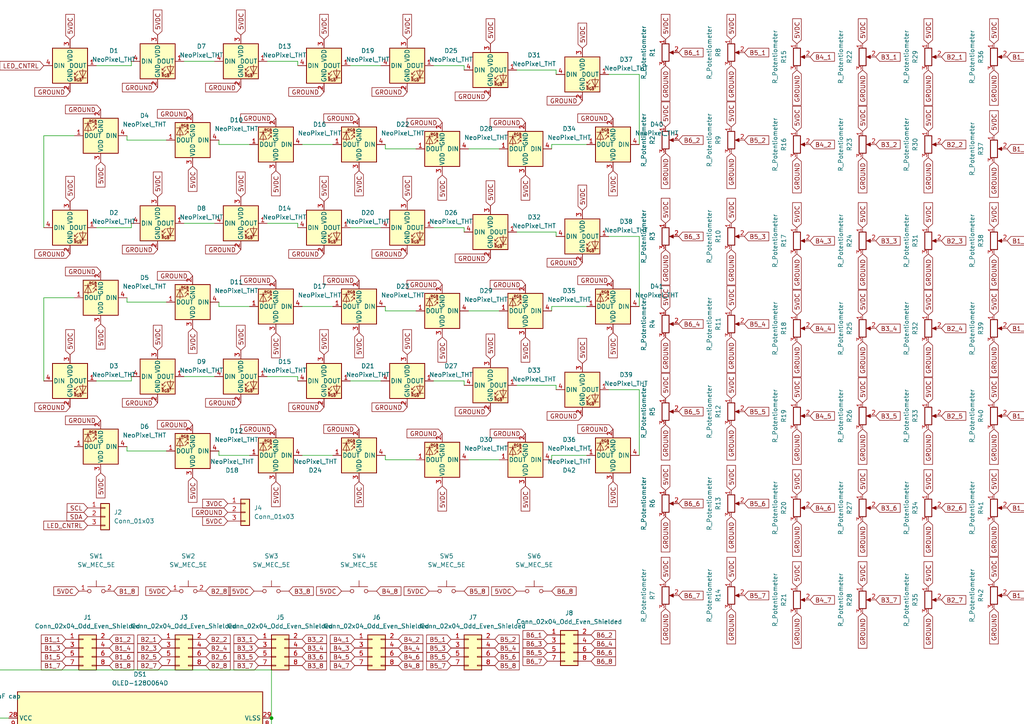
<source format=kicad_sch>
(kicad_sch (version 20211123) (generator eeschema)
  (paper "A4")
  (junction (at -10.16 194.31))
  (junction (at 78.74 213.36))
  (junction (at 25.4 237.49))
  (junction (at 63.5 242.57))
  (junction (at 78.74 237.49))
  (junction (at 73.66 237.49))
  (junction (at 55.88 242.57))
  (junction (at -25.4 207.01))
  (junction (at 58.42 242.57))
  (junction (at 30.48 254))
  (junction (at 60.96 242.57))
  (junction (at 40.64 242.57))
  (junction (at 25.4 242.57))
  (junction (at 78.74 210.82))
  (junction (at -3.81 213.36))
  (junction (at 53.34 242.57))
  (junction (at -15.24 226.06))
  (junction (at 78.74 208.28))
  (junction (at 38.1 242.57))
  (junction (at 30.48 242.57))
  (junction (at 48.26 259.08))
  (junction (at -10.16 207.01))
  (junction (at -15.24 213.36))
  (no_connect (at 7.62 223.52))
  (no_connect (at 15.24 223.52))
  (no_connect (at 12.7 223.52))
  (no_connect (at 10.16 223.52))
  (wire (pts (xy 78.74 194.31) (xy 78.74 208.28)))
  (wire (pts (xy 78.74 237.49) (xy 78.74 213.36)))
  (wire (pts (xy 77.47 17.78) (xy 86.36 17.78)))
  (wire (pts (xy 53.34 242.57) (xy 55.88 242.57)))
  (wire (pts (xy 20.32 242.57) (xy 25.4 242.57)))
  (wire (pts (xy 38.1 254) (xy 45.72 254)))
  (wire (pts (xy 55.88 242.57) (xy 58.42 242.57)))
  (wire (pts (xy 27.94 110.49) (xy 38.1 110.49)))
  (wire (pts (xy 63.5 41.91) (xy 63.5 40.64)))
  (wire (pts (xy 48.26 40.64) (xy 36.83 40.64)))
  (wire (pts (xy 176.53 21.59) (xy 185.42 21.59)))
  (wire (pts (xy 149.86 20.32) (xy 161.29 20.32)))
  (wire (pts (xy 125.73 110.49) (xy 134.62 110.49)))
  (wire (pts (xy 72.39 41.91) (xy 63.5 41.91)))
  (wire (pts (xy 21.59 39.37) (xy 12.7 39.37)))
  (wire (pts (xy 78.74 242.57) (xy 78.74 237.49)))
  (wire (pts (xy 185.42 21.59) (xy 185.42 41.91)))
  (wire (pts (xy 134.62 19.05) (xy 134.62 20.32)))
  (wire (pts (xy 170.18 41.91) (xy 160.02 41.91)))
  (wire (pts (xy 38.1 66.04) (xy 38.1 64.77)))
  (wire (pts (xy 60.96 242.57) (xy 63.5 242.57)))
  (wire (pts (xy 111.76 133.35) (xy 111.76 132.08)))
  (wire (pts (xy 160.02 132.08) (xy 160.02 133.35)))
  (wire (pts (xy 53.34 17.78) (xy 62.23 17.78)))
  (wire (pts (xy 73.66 224.79) (xy 71.12 224.79)))
  (wire (pts (xy 20.32 223.52) (xy 20.32 242.57)))
  (wire (pts (xy 161.29 67.31) (xy 161.29 68.58)))
  (wire (pts (xy 53.34 64.77) (xy 62.23 64.77)))
  (wire (pts (xy 38.1 259.08) (xy 48.26 259.08)))
  (wire (pts (xy 68.58 223.52) (xy 66.04 223.52)))
  (wire (pts (xy 12.7 86.36) (xy 12.7 110.49)))
  (wire (pts (xy 53.34 223.52) (xy 53.34 242.57)))
  (wire (pts (xy 111.76 43.18) (xy 111.76 41.91)))
  (wire (pts (xy -29.21 213.36) (xy -15.24 213.36)))
  (wire (pts (xy 50.8 259.08) (xy 48.26 259.08)))
  (wire (pts (xy 135.89 43.18) (xy 144.78 43.18)))
  (wire (pts (xy 22.86 223.52) (xy 22.86 232.41)))
  (wire (pts (xy 30.48 242.57) (xy 38.1 242.57)))
  (wire (pts (xy 72.39 88.9) (xy 63.5 88.9)))
  (wire (pts (xy 25.4 237.49) (xy 25.4 242.57)))
  (wire (pts (xy 48.26 130.81) (xy 36.83 130.81)))
  (wire (pts (xy 134.62 66.04) (xy 134.62 67.31)))
  (wire (pts (xy 60.96 223.52) (xy 60.96 242.57)))
  (wire (pts (xy 71.12 223.52) (xy 71.12 224.79)))
  (wire (pts (xy -25.4 207.01) (xy -10.16 207.01)))
  (wire (pts (xy 66.04 233.68) (xy 66.04 237.49)))
  (wire (pts (xy 87.63 132.08) (xy 96.52 132.08)))
  (wire (pts (xy -3.81 213.36) (xy -3.81 210.82)))
  (wire (pts (xy 50.8 223.52) (xy 50.8 259.08)))
  (wire (pts (xy 63.5 132.08) (xy 63.5 130.81)))
  (wire (pts (xy -15.24 213.36) (xy -3.81 213.36)))
  (wire (pts (xy 48.26 259.08) (xy 48.26 223.52)))
  (wire (pts (xy 63.5 242.57) (xy 78.74 242.57)))
  (wire (pts (xy 135.89 133.35) (xy 144.78 133.35)))
  (wire (pts (xy 25.4 223.52) (xy 25.4 237.49)))
  (wire (pts (xy -10.16 208.28) (xy -10.16 207.01)))
  (wire (pts (xy -29.21 226.06) (xy -15.24 226.06)))
  (wire (pts (xy 25.4 242.57) (xy 25.4 254)))
  (wire (pts (xy 48.26 87.63) (xy 36.83 87.63)))
  (wire (pts (xy 77.47 109.22) (xy 86.36 109.22)))
  (wire (pts (xy 45.72 254) (xy 45.72 223.52)))
  (wire (pts (xy -15.24 237.49) (xy 25.4 237.49)))
  (wire (pts (xy 78.74 210.82) (xy 78.74 213.36)))
  (wire (pts (xy 66.04 223.52) (xy 66.04 226.06)))
  (wire (pts (xy 38.1 19.05) (xy 38.1 17.78)))
  (wire (pts (xy -3.81 232.41) (xy -3.81 213.36)))
  (wire (pts (xy 38.1 223.52) (xy 38.1 242.57)))
  (wire (pts (xy 161.29 111.76) (xy 161.29 113.03)))
  (wire (pts (xy 40.64 223.52) (xy 40.64 242.57)))
  (wire (pts (xy 101.6 110.49) (xy 110.49 110.49)))
  (wire (pts (xy 170.18 132.08) (xy 160.02 132.08)))
  (wire (pts (xy 160.02 88.9) (xy 160.02 90.17)))
  (wire (pts (xy 170.18 88.9) (xy 160.02 88.9)))
  (wire (pts (xy 58.42 223.52) (xy 58.42 242.57)))
  (wire (pts (xy 120.65 133.35) (xy 111.76 133.35)))
  (wire (pts (xy 77.47 64.77) (xy 86.36 64.77)))
  (wire (pts (xy 120.65 90.17) (xy 111.76 90.17)))
  (wire (pts (xy 125.73 19.05) (xy 134.62 19.05)))
  (wire (pts (xy 86.36 17.78) (xy 86.36 19.05)))
  (wire (pts (xy -38.1 207.01) (xy -25.4 207.01)))
  (wire (pts (xy 36.83 40.64) (xy 36.83 39.37)))
  (wire (pts (xy -3.81 210.82) (xy 2.54 210.82)))
  (wire (pts (xy 53.34 109.22) (xy 62.23 109.22)))
  (wire (pts (xy 86.36 109.22) (xy 86.36 110.49)))
  (wire (pts (xy 30.48 254) (xy 30.48 259.08)))
  (wire (pts (xy 63.5 223.52) (xy 63.5 242.57)))
  (wire (pts (xy 36.83 130.81) (xy 36.83 129.54)))
  (wire (pts (xy 176.53 68.58) (xy 185.42 68.58)))
  (wire (pts (xy 86.36 64.77) (xy 86.36 66.04)))
  (wire (pts (xy 21.59 86.36) (xy 12.7 86.36)))
  (wire (pts (xy -25.4 194.31) (xy -10.16 194.31)))
  (wire (pts (xy 73.66 237.49) (xy 78.74 237.49)))
  (wire (pts (xy 30.48 223.52) (xy 30.48 242.57)))
  (wire (pts (xy -15.24 226.06) (xy -15.24 237.49)))
  (wire (pts (xy 149.86 67.31) (xy 161.29 67.31)))
  (wire (pts (xy 101.6 19.05) (xy 110.49 19.05)))
  (wire (pts (xy 58.42 242.57) (xy 60.96 242.57)))
  (wire (pts (xy 25.4 242.57) (xy 30.48 242.57)))
  (wire (pts (xy 27.94 19.05) (xy 38.1 19.05)))
  (wire (pts (xy 185.42 113.03) (xy 185.42 132.08)))
  (wire (pts (xy 36.83 87.63) (xy 36.83 86.36)))
  (wire (pts (xy 160.02 41.91) (xy 160.02 43.18)))
  (wire (pts (xy 185.42 68.58) (xy 185.42 88.9)))
  (wire (pts (xy 38.1 242.57) (xy 40.64 242.57)))
  (wire (pts (xy 101.6 66.04) (xy 110.49 66.04)))
  (wire (pts (xy 87.63 88.9) (xy 96.52 88.9)))
  (wire (pts (xy 25.4 254) (xy 30.48 254)))
  (wire (pts (xy 176.53 113.03) (xy 185.42 113.03)))
  (wire (pts (xy 55.88 223.52) (xy 55.88 242.57)))
  (wire (pts (xy 149.86 111.76) (xy 161.29 111.76)))
  (wire (pts (xy 22.86 232.41) (xy -3.81 232.41)))
  (wire (pts (xy 2.54 208.28) (xy -10.16 208.28)))
  (wire (pts (xy 111.76 90.17) (xy 111.76 88.9)))
  (wire (pts (xy 63.5 88.9) (xy 63.5 87.63)))
  (wire (pts (xy 12.7 39.37) (xy 12.7 66.04)))
  (wire (pts (xy 40.64 242.57) (xy 53.34 242.57)))
  (wire (pts (xy 78.74 208.28) (xy 78.74 210.82)))
  (wire (pts (xy 135.89 90.17) (xy 144.78 90.17)))
  (wire (pts (xy 27.94 66.04) (xy 38.1 66.04)))
  (wire (pts (xy 72.39 132.08) (xy 63.5 132.08)))
  (wire (pts (xy 66.04 237.49) (xy 73.66 237.49)))
  (wire (pts (xy 87.63 41.91) (xy 96.52 41.91)))
  (wire (pts (xy 134.62 110.49) (xy 134.62 111.76)))
  (wire (pts (xy 38.1 110.49) (xy 38.1 109.22)))
  (wire (pts (xy 120.65 43.18) (xy 111.76 43.18)))
  (wire (pts (xy 78.74 194.31) (xy -10.16 194.31)))
  (wire (pts (xy 125.73 66.04) (xy 134.62 66.04)))
  (wire (pts (xy 161.29 20.32) (xy 161.29 21.59)))
  (global_label "GROUND" (shape input) (at 29.21 31.75 180) (property "Intersheet References" "${INTERSHEET_REFS}" (effects hide)))
  (global_label "B4_5" (shape input) (at 234.95 120.65 0) (property "Intersheet References" "${INTERSHEET_REFS}" (effects hide)))
  (global_label "5VDC" (shape input) (at 193.04 90.17 90) (property "Intersheet References" "${INTERSHEET_REFS}" (effects hide)))
  (global_label "B3_6" (shape input) (at 254 147.32 0) (property "Intersheet References" "${INTERSHEET_REFS}" (effects hide)))
  (global_label "B5_8" (shape input) (at 143.51 193.04 0) (property "Intersheet References" "${INTERSHEET_REFS}" (effects hide)))
  (global_label "5VDC" (shape input) (at 29.21 137.16 270) (property "Intersheet References" "${INTERSHEET_REFS}" (effects hide)))
  (global_label "GROUND" (shape input) (at 231.14 20.32 270) (property "Intersheet References" "${INTERSHEET_REFS}" (effects hide)))
  (global_label "LED_CNTRL" (shape input) (at 25.4 152.4 180) (property "Intersheet References" "${INTERSHEET_REFS}" (effects hide)))
  (global_label "5VDC" (shape input) (at 93.98 58.42 90) (property "Intersheet References" "${INTERSHEET_REFS}" (effects hide)))
  (global_label "B5_3" (shape input) (at 130.81 187.96 180) (property "Intersheet References" "${INTERSHEET_REFS}" (effects hide)))
  (global_label "GROUND" (shape input) (at 152.4 125.73 180) (property "Intersheet References" "${INTERSHEET_REFS}" (effects hide)))
  (global_label "5VDC" (shape input) (at 212.09 11.43 90) (property "Intersheet References" "${INTERSHEET_REFS}" (effects hide)))
  (global_label "GROUND" (shape input) (at 104.14 124.46 180) (property "Intersheet References" "${INTERSHEET_REFS}" (effects hide)))
  (global_label "GROUND" (shape input) (at 269.24 177.8 270) (property "Intersheet References" "${INTERSHEET_REFS}" (effects hide)))
  (global_label "GROUND" (shape input) (at 250.19 73.66 270) (property "Intersheet References" "${INTERSHEET_REFS}" (effects hide)))
  (global_label "GROUND" (shape input) (at 142.24 119.38 180) (property "Intersheet References" "${INTERSHEET_REFS}" (effects hide)))
  (global_label "GROUND" (shape input) (at 231.14 99.06 270) (property "Intersheet References" "${INTERSHEET_REFS}" (effects hide)))
  (global_label "B1_7" (shape input) (at 19.05 193.04 180) (property "Intersheet References" "${INTERSHEET_REFS}" (effects hide)))
  (global_label "5VDC" (shape input) (at 168.91 13.97 90) (property "Intersheet References" "${INTERSHEET_REFS}" (effects hide)))
  (global_label "B2_1" (shape input) (at 273.05 16.51 0) (property "Intersheet References" "${INTERSHEET_REFS}" (effects hide)))
  (global_label "GROUND" (shape input) (at 193.04 176.53 270) (property "Intersheet References" "${INTERSHEET_REFS}" (effects hide)))
  (global_label "B3_4" (shape input) (at 254 95.25 0) (property "Intersheet References" "${INTERSHEET_REFS}" (effects hide)))
  (global_label "GROUND" (shape input) (at 118.11 26.67 180) (property "Intersheet References" "${INTERSHEET_REFS}" (effects hide)))
  (global_label "B1_1" (shape input) (at 292.1 16.51 0) (property "Intersheet References" "${INTERSHEET_REFS}" (effects hide)))
  (global_label "5VDC" (shape input) (at 69.85 57.15 90) (property "Intersheet References" "${INTERSHEET_REFS}" (effects hide)))
  (global_label "5VDC" (shape input) (at 45.72 57.15 90) (property "Intersheet References" "${INTERSHEET_REFS}" (effects hide)))
  (global_label "B6_2" (shape input) (at 196.85 40.64 0) (property "Intersheet References" "${INTERSHEET_REFS}" (effects hide)))
  (global_label "GROUND" (shape input) (at 231.14 124.46 270) (property "Intersheet References" "${INTERSHEET_REFS}" (effects hide)))
  (global_label "GROUND" (shape input) (at 212.09 72.39 270) (property "Intersheet References" "${INTERSHEET_REFS}" (effects hide)))
  (global_label "5VDC" (shape input) (at 80.01 139.7 270) (property "Intersheet References" "${INTERSHEET_REFS}" (effects hide)))
  (global_label "B3_5" (shape input) (at 254 120.65 0) (property "Intersheet References" "${INTERSHEET_REFS}" (effects hide)))
  (global_label "5VDC" (shape input) (at 231.14 12.7 90) (property "Intersheet References" "${INTERSHEET_REFS}" (effects hide)))
  (global_label "B4_1" (shape input) (at 234.95 16.51 0) (property "Intersheet References" "${INTERSHEET_REFS}" (effects hide)))
  (global_label "5VDC" (shape input) (at 269.24 66.04 90) (property "Intersheet References" "${INTERSHEET_REFS}" (effects hide)))
  (global_label "B1_8" (shape input) (at 33.02 171.45 0) (property "Intersheet References" "${INTERSHEET_REFS}" (effects hide)))
  (global_label "B6_4" (shape input) (at 196.85 93.98 0) (property "Intersheet References" "${INTERSHEET_REFS}" (effects hide)))
  (global_label "5VDC" (shape input) (at 193.04 168.91 90) (property "Intersheet References" "${INTERSHEET_REFS}" (effects hide)))
  (global_label "GROUND" (shape input) (at 269.24 45.72 270) (property "Intersheet References" "${INTERSHEET_REFS}" (effects hide)))
  (global_label "GROUND" (shape input) (at 128.27 125.73 180) (property "Intersheet References" "${INTERSHEET_REFS}" (effects hide)))
  (global_label "5VDC" (shape input) (at 269.24 38.1 90) (property "Intersheet References" "${INTERSHEET_REFS}" (effects hide)))
  (global_label "5VDC" (shape input) (at 69.85 101.6 90) (property "Intersheet References" "${INTERSHEET_REFS}" (effects hide)))
  (global_label "5VDC" (shape input) (at 250.19 170.18 90) (property "Intersheet References" "${INTERSHEET_REFS}" (effects hide)))
  (global_label "B3_8" (shape input) (at 87.63 193.04 0) (property "Intersheet References" "${INTERSHEET_REFS}" (effects hide)))
  (global_label "GROUND" (shape input) (at 212.09 149.86 270) (property "Intersheet References" "${INTERSHEET_REFS}" (effects hide)))
  (global_label "5VDC" (shape input) (at 104.14 49.53 270) (property "Intersheet References" "${INTERSHEET_REFS}" (effects hide)))
  (global_label "5VDC" (shape input) (at 231.14 38.1 90) (property "Intersheet References" "${INTERSHEET_REFS}" (effects hide)))
  (global_label "GROUND" (shape input) (at 250.19 177.8 270) (property "Intersheet References" "${INTERSHEET_REFS}" (effects hide)))
  (global_label "3VDC" (shape input) (at 66.04 146.05 180) (property "Intersheet References" "${INTERSHEET_REFS}" (effects hide)))
  (global_label "GROUND" (shape input) (at 231.14 45.72 270) (property "Intersheet References" "${INTERSHEET_REFS}" (effects hide)))
  (global_label "B1_4" (shape input) (at 31.75 187.96 0) (property "Intersheet References" "${INTERSHEET_REFS}" (effects hide)))
  (global_label "GROUND" (shape input) (at 193.04 44.45 270) (property "Intersheet References" "${INTERSHEET_REFS}" (effects hide)))
  (global_label "5VDC" (shape input) (at 250.19 12.7 90) (property "Intersheet References" "${INTERSHEET_REFS}" (effects hide)))
  (global_label "5VDC" (shape input) (at 118.11 58.42 90) (property "Intersheet References" "${INTERSHEET_REFS}" (effects hide)))
  (global_label "GROUND" (shape input) (at 29.21 121.92 180) (property "Intersheet References" "${INTERSHEET_REFS}" (effects hide)))
  (global_label "GROUND" (shape input) (at 128.27 82.55 180) (property "Intersheet References" "${INTERSHEET_REFS}" (effects hide)))
  (global_label "5VDC" (shape input) (at 288.29 66.04 90) (property "Intersheet References" "${INTERSHEET_REFS}" (effects hide)))
  (global_label "GROUND" (shape input) (at 269.24 99.06 270) (property "Intersheet References" "${INTERSHEET_REFS}" (effects hide)))
  (global_label "GROUND" (shape input) (at 118.11 118.11 180) (property "Intersheet References" "${INTERSHEET_REFS}" (effects hide)))
  (global_label "GROUND" (shape input) (at 231.14 177.8 270) (property "Intersheet References" "${INTERSHEET_REFS}" (effects hide)))
  (global_label "GROUND" (shape input) (at 29.21 78.74 180) (property "Intersheet References" "${INTERSHEET_REFS}" (effects hide)))
  (global_label "5VDC" (shape input) (at 93.98 102.87 90) (property "Intersheet References" "${INTERSHEET_REFS}" (effects hide)))
  (global_label "B3_3" (shape input) (at 254 69.85 0) (property "Intersheet References" "${INTERSHEET_REFS}" (effects hide)))
  (global_label "5VDC" (shape input) (at 269.24 116.84 90) (property "Intersheet References" "${INTERSHEET_REFS}" (effects hide)))
  (global_label "B1_6" (shape input) (at 31.75 190.5 0) (property "Intersheet References" "${INTERSHEET_REFS}" (effects hide)))
  (global_label "B1_5" (shape input) (at 292.1 120.65 0) (property "Intersheet References" "${INTERSHEET_REFS}" (effects hide)))
  (global_label "B6_7" (shape input) (at 158.75 191.77 180) (property "Intersheet References" "${INTERSHEET_REFS}" (effects hide)))
  (global_label "5VDC" (shape input) (at 20.32 11.43 90) (property "Intersheet References" "${INTERSHEET_REFS}" (effects hide)))
  (global_label "B4_8" (shape input) (at 115.57 193.04 0) (property "Intersheet References" "${INTERSHEET_REFS}" (effects hide)))
  (global_label "5VDC" (shape input) (at 212.09 64.77 90) (property "Intersheet References" "${INTERSHEET_REFS}" (effects hide)))
  (global_label "GROUND" (shape input) (at 288.29 176.53 270) (property "Intersheet References" "${INTERSHEET_REFS}" (effects hide)))
  (global_label "B3_6" (shape input) (at 87.63 190.5 0) (property "Intersheet References" "${INTERSHEET_REFS}" (effects hide)))
  (global_label "GROUND" (shape input) (at 193.04 97.79 270) (property "Intersheet References" "${INTERSHEET_REFS}" (effects hide)))
  (global_label "GROUND" (shape input) (at 288.29 99.06 270) (property "Intersheet References" "${INTERSHEET_REFS}" (effects hide)))
  (global_label "B1_4" (shape input) (at 292.1 95.25 0) (property "Intersheet References" "${INTERSHEET_REFS}" (effects hide)))
  (global_label "GROUND" (shape input) (at 69.85 72.39 180) (property "Intersheet References" "${INTERSHEET_REFS}" (effects hide)))
  (global_label "B3_2" (shape input) (at 254 41.91 0) (property "Intersheet References" "${INTERSHEET_REFS}" (effects hide)))
  (global_label "5VDC" (shape input) (at -38.1 207.01 180) (property "Intersheet References" "${INTERSHEET_REFS}" (effects hide)))
  (global_label "B2_4" (shape input) (at 59.69 187.96 0) (property "Intersheet References" "${INTERSHEET_REFS}" (effects hide)))
  (global_label "5VDC" (shape input) (at 212.09 90.17 90) (property "Intersheet References" "${INTERSHEET_REFS}" (effects hide)))
  (global_label "5VDC" (shape input) (at 231.14 66.04 90) (property "Intersheet References" "${INTERSHEET_REFS}" (effects hide)))
  (global_label "SDA" (shape input) (at 25.4 149.86 180) (property "Intersheet References" "${INTERSHEET_REFS}" (effects hide)))
  (global_label "B5_7" (shape input) (at 130.81 193.04 180) (property "Intersheet References" "${INTERSHEET_REFS}" (effects hide)))
  (global_label "5VDC" (shape input) (at 142.24 59.69 90) (property "Intersheet References" "${INTERSHEET_REFS}" (effects hide)))
  (global_label "GROUND" (shape input) (at 20.32 118.11 180) (property "Intersheet References" "${INTERSHEET_REFS}" (effects hide)))
  (global_label "B6_3" (shape input) (at 158.75 186.69 180) (property "Intersheet References" "${INTERSHEET_REFS}" (effects hide)))
  (global_label "B5_5" (shape input) (at 130.81 190.5 180) (property "Intersheet References" "${INTERSHEET_REFS}" (effects hide)))
  (global_label "B3_8" (shape input) (at 83.82 171.45 0) (property "Intersheet References" "${INTERSHEET_REFS}" (effects hide)))
  (global_label "B2_2" (shape input) (at 273.05 41.91 0) (property "Intersheet References" "${INTERSHEET_REFS}" (effects hide)))
  (global_label "5VDC" (shape input) (at 152.4 97.79 270) (property "Intersheet References" "${INTERSHEET_REFS}" (effects hide)))
  (global_label "GROUND" (shape input) (at 118.11 73.66 180) (property "Intersheet References" "${INTERSHEET_REFS}" (effects hide)))
  (global_label "GROUND" (shape input) (at 250.19 20.32 270) (property "Intersheet References" "${INTERSHEET_REFS}" (effects hide)))
  (global_label "GROUND" (shape input) (at 80.01 124.46 180) (property "Intersheet References" "${INTERSHEET_REFS}" (effects hide)))
  (global_label "GROUND" (shape input) (at 269.24 20.32 270) (property "Intersheet References" "${INTERSHEET_REFS}" (effects hide)))
  (global_label "B2_8" (shape input) (at 59.69 193.04 0) (property "Intersheet References" "${INTERSHEET_REFS}" (effects hide)))
  (global_label "GROUND" (shape input) (at 78.74 213.36 0) (property "Intersheet References" "${INTERSHEET_REFS}" (effects hide)))
  (global_label "B1_2" (shape input) (at 292.1 43.18 0) (property "Intersheet References" "${INTERSHEET_REFS}" (effects hide)))
  (global_label "5VDC" (shape input) (at 288.29 91.44 90) (property "Intersheet References" "${INTERSHEET_REFS}" (effects hide)))
  (global_label "B4_6" (shape input) (at 234.95 147.32 0) (property "Intersheet References" "${INTERSHEET_REFS}" (effects hide)))
  (global_label "GROUND" (shape input) (at 69.85 25.4 180) (property "Intersheet References" "${INTERSHEET_REFS}" (effects hide)))
  (global_label "5VDC" (shape input) (at 177.8 139.7 270) (property "Intersheet References" "${INTERSHEET_REFS}" (effects hide)))
  (global_label "5VDC" (shape input) (at 149.86 171.45 180) (property "Intersheet References" "${INTERSHEET_REFS}" (effects hide)))
  (global_label "GROUND" (shape input) (at 193.04 72.39 270) (property "Intersheet References" "${INTERSHEET_REFS}" (effects hide)))
  (global_label "5VDC" (shape input) (at 250.19 38.1 90) (property "Intersheet References" "${INTERSHEET_REFS}" (effects hide)))
  (global_label "B2_4" (shape input) (at 273.05 95.25 0) (property "Intersheet References" "${INTERSHEET_REFS}" (effects hide)))
  (global_label "5VDC" (shape input) (at 73.66 171.45 180) (property "Intersheet References" "${INTERSHEET_REFS}" (effects hide)))
  (global_label "5VDC" (shape input) (at 250.19 116.84 90) (property "Intersheet References" "${INTERSHEET_REFS}" (effects hide)))
  (global_label "B4_2" (shape input) (at 234.95 41.91 0) (property "Intersheet References" "${INTERSHEET_REFS}" (effects hide)))
  (global_label "B5_4" (shape input) (at 143.51 187.96 0) (property "Intersheet References" "${INTERSHEET_REFS}" (effects hide)))
  (global_label "5VDC" (shape input) (at 193.04 36.83 90) (property "Intersheet References" "${INTERSHEET_REFS}" (effects hide)))
  (global_label "GROUND" (shape input) (at 45.72 25.4 180) (property "Intersheet References" "${INTERSHEET_REFS}" (effects hide)))
  (global_label "3VDC" (shape input) (at -29.21 213.36 180) (property "Intersheet References" "${INTERSHEET_REFS}" (effects hide)))
  (global_label "B2_8" (shape input) (at 59.69 171.45 0) (property "Intersheet References" "${INTERSHEET_REFS}" (effects hide)))
  (global_label "B6_3" (shape input) (at 196.85 68.58 0) (property "Intersheet References" "${INTERSHEET_REFS}" (effects hide)))
  (global_label "5VDC" (shape input) (at 104.14 139.7 270) (property "Intersheet References" "${INTERSHEET_REFS}" (effects hide)))
  (global_label "5VDC" (shape input) (at 128.27 97.79 270) (property "Intersheet References" "${INTERSHEET_REFS}" (effects hide)))
  (global_label "5VDC" (shape input) (at 269.24 143.51 90) (property "Intersheet References" "${INTERSHEET_REFS}" (effects hide)))
  (global_label "GROUND" (shape input) (at 177.8 124.46 180) (property "Intersheet References" "${INTERSHEET_REFS}" (effects hide)))
  (global_label "B1_1" (shape input) (at 19.05 185.42 180) (property "Intersheet References" "${INTERSHEET_REFS}" (effects hide)))
  (global_label "GROUND" (shape input) (at 177.8 81.28 180) (property "Intersheet References" "${INTERSHEET_REFS}" (effects hide)))
  (global_label "GROUND" (shape input) (at 152.4 35.56 180) (property "Intersheet References" "${INTERSHEET_REFS}" (effects hide)))
  (global_label "GROUND" (shape input) (at 269.24 151.13 270) (property "Intersheet References" "${INTERSHEET_REFS}" (effects hide)))
  (global_label "B2_3" (shape input) (at 46.99 187.96 180) (property "Intersheet References" "${INTERSHEET_REFS}" (effects hide)))
  (global_label "5VDC" (shape input) (at 66.04 151.13 180) (property "Intersheet References" "${INTERSHEET_REFS}" (effects hide)))
  (global_label "5VDC" (shape input) (at 20.32 58.42 90) (property "Intersheet References" "${INTERSHEET_REFS}" (effects hide)))
  (global_label "GROUND" (shape input) (at 45.72 72.39 180) (property "Intersheet References" "${INTERSHEET_REFS}" (effects hide)))
  (global_label "5VDC" (shape input) (at 212.09 168.91 90) (property "Intersheet References" "${INTERSHEET_REFS}" (effects hide)))
  (global_label "5VDC" (shape input) (at 288.29 143.51 90) (property "Intersheet References" "${INTERSHEET_REFS}" (effects hide)))
  (global_label "5VDC" (shape input) (at 142.24 104.14 90) (property "Intersheet References" "${INTERSHEET_REFS}" (effects hide)))
  (global_label "B2_6" (shape input) (at 59.69 190.5 0) (property "Intersheet References" "${INTERSHEET_REFS}" (effects hide)))
  (global_label "B4_5" (shape input) (at 102.87 190.5 180) (property "Intersheet References" "${INTERSHEET_REFS}" (effects hide)))
  (global_label "5VDC" (shape input) (at 193.04 64.77 90) (property "Intersheet References" "${INTERSHEET_REFS}" (effects hide)))
  (global_label "5VDC" (shape input) (at 29.21 93.98 270) (property "Intersheet References" "${INTERSHEET_REFS}" (effects hide)))
  (global_label "GROUND" (shape input) (at 20.32 73.66 180) (property "Intersheet References" "${INTERSHEET_REFS}" (effects hide)))
  (global_label "B5_2" (shape input) (at 143.51 185.42 0) (property "Intersheet References" "${INTERSHEET_REFS}" (effects hide)))
  (global_label "5VDC" (shape input) (at 250.19 66.04 90) (property "Intersheet References" "${INTERSHEET_REFS}" (effects hide)))
  (global_label "5VDC" (shape input) (at 80.01 96.52 270) (property "Intersheet References" "${INTERSHEET_REFS}" (effects hide)))
  (global_label "GROUND" (shape input) (at 104.14 34.29 180) (property "Intersheet References" "${INTERSHEET_REFS}" (effects hide)))
  (global_label "5VDC" (shape input) (at 93.98 11.43 90) (property "Intersheet References" "${INTERSHEET_REFS}" (effects hide)))
  (global_label "5VDC" (shape input) (at 231.14 91.44 90) (property "Intersheet References" "${INTERSHEET_REFS}" (effects hide)))
  (global_label "B4_7" (shape input) (at 234.95 173.99 0) (property "Intersheet References" "${INTERSHEET_REFS}" (effects hide)))
  (global_label "B4_3" (shape input) (at 102.87 187.96 180) (property "Intersheet References" "${INTERSHEET_REFS}" (effects hide)))
  (global_label "B5_1" (shape input) (at 130.81 185.42 180) (property "Intersheet References" "${INTERSHEET_REFS}" (effects hide)))
  (global_label "B5_8" (shape input) (at 134.62 171.45 0) (property "Intersheet References" "${INTERSHEET_REFS}" (effects hide)))
  (global_label "B4_4" (shape input) (at 234.95 95.25 0) (property "Intersheet References" "${INTERSHEET_REFS}" (effects hide)))
  (global_label "5VDC" (shape input) (at 118.11 11.43 90) (property "Intersheet References" "${INTERSHEET_REFS}" (effects hide)))
  (global_label "5VDC" (shape input) (at 142.24 12.7 90) (property "Intersheet References" "${INTERSHEET_REFS}" (effects hide)))
  (global_label "B2_6" (shape input) (at 273.05 147.32 0) (property "Intersheet References" "${INTERSHEET_REFS}" (effects hide)))
  (global_label "5VDC" (shape input) (at 231.14 116.84 90) (property "Intersheet References" "${INTERSHEET_REFS}" (effects hide)))
  (global_label "B4_8" (shape input) (at 109.22 171.45 0) (property "Intersheet References" "${INTERSHEET_REFS}" (effects hide)))
  (global_label "B6_1" (shape input) (at 158.75 184.15 180) (property "Intersheet References" "${INTERSHEET_REFS}" (effects hide)))
  (global_label "B1_2" (shape input) (at 31.75 185.42 0) (property "Intersheet References" "${INTERSHEET_REFS}" (effects hide)))
  (global_label "B6_6" (shape input) (at 171.45 189.23 0) (property "Intersheet References" "${INTERSHEET_REFS}" (effects hide)))
  (global_label "GROUND" (shape input) (at 80.01 34.29 180) (property "Intersheet References" "${INTERSHEET_REFS}" (effects hide)))
  (global_label "5VDC" (shape input) (at 177.8 96.52 270) (property "Intersheet References" "${INTERSHEET_REFS}" (effects hide)))
  (global_label "GROUND" (shape input) (at 55.88 123.19 180) (property "Intersheet References" "${INTERSHEET_REFS}" (effects hide)))
  (global_label "5VDC" (shape input) (at 193.04 11.43 90) (property "Intersheet References" "${INTERSHEET_REFS}" (effects hide)))
  (global_label "B5_2" (shape input) (at 215.9 40.64 0) (property "Intersheet References" "${INTERSHEET_REFS}" (effects hide)))
  (global_label "5VDC" (shape input) (at 55.88 48.26 270) (property "Intersheet References" "${INTERSHEET_REFS}" (effects hide)))
  (global_label "GROUND" (shape input) (at 193.04 149.86 270) (property "Intersheet References" "${INTERSHEET_REFS}" (effects hide)))
  (global_label "B6_6" (shape input) (at 196.85 146.05 0) (property "Intersheet References" "${INTERSHEET_REFS}" (effects hide)))
  (global_label "5VDC" (shape input) (at 288.29 168.91 90) (property "Intersheet References" "${INTERSHEET_REFS}" (effects hide)))
  (global_label "B2_2" (shape input) (at 59.69 185.42 0) (property "Intersheet References" "${INTERSHEET_REFS}" (effects hide)))
  (global_label "5VDC" (shape input) (at 231.14 143.51 90) (property "Intersheet References" "${INTERSHEET_REFS}" (effects hide)))
  (global_label "B6_5" (shape input) (at 196.85 119.38 0) (property "Intersheet References" "${INTERSHEET_REFS}" (effects hide)))
  (global_label "5VDC" (shape input) (at 212.09 142.24 90) (property "Intersheet References" "${INTERSHEET_REFS}" (effects hide)))
  (global_label "B1_8" (shape input) (at 31.75 193.04 0) (property "Intersheet References" "${INTERSHEET_REFS}" (effects hide)))
  (global_label "B6_5" (shape input) (at 158.75 189.23 180) (property "Intersheet References" "${INTERSHEET_REFS}" (effects hide)))
  (global_label "GROUND" (shape input) (at 177.8 34.29 180) (property "Intersheet References" "${INTERSHEET_REFS}" (effects hide)))
  (global_label "5VDC" (shape input) (at 288.29 116.84 90) (property "Intersheet References" "${INTERSHEET_REFS}" (effects hide)))
  (global_label "GROUND" (shape input) (at 93.98 73.66 180) (property "Intersheet References" "${INTERSHEET_REFS}" (effects hide)))
  (global_label "B3_1" (shape input) (at 254 16.51 0) (property "Intersheet References" "${INTERSHEET_REFS}" (effects hide)))
  (global_label "GROUND" (shape input) (at 212.09 176.53 270) (property "Intersheet References" "${INTERSHEET_REFS}" (effects hide)))
  (global_label "GROUND" (shape input) (at 212.09 123.19 270) (property "Intersheet References" "${INTERSHEET_REFS}" (effects hide)))
  (global_label "GROUND" (shape input) (at 55.88 80.01 180) (property "Intersheet References" "${INTERSHEET_REFS}" (effects hide)))
  (global_label "B3_7" (shape input) (at 254 173.99 0) (property "Intersheet References" "${INTERSHEET_REFS}" (effects hide)))
  (global_label "B6_8" (shape input) (at 160.02 171.45 0) (property "Intersheet References" "${INTERSHEET_REFS}" (effects hide)))
  (global_label "GROUND" (shape input) (at 288.29 20.32 270) (property "Intersheet References" "${INTERSHEET_REFS}" (effects hide)))
  (global_label "B3_4" (shape input) (at 87.63 187.96 0) (property "Intersheet References" "${INTERSHEET_REFS}" (effects hide)))
  (global_label "B1_6" (shape input) (at 292.1 147.32 0) (property "Intersheet References" "${INTERSHEET_REFS}" (effects hide)))
  (global_label "B3_7" (shape input) (at 74.93 193.04 180) (property "Intersheet References" "${INTERSHEET_REFS}" (effects hide)))
  (global_label "5VDC" (shape input) (at 128.27 50.8 270) (property "Intersheet References" "${INTERSHEET_REFS}" (effects hide)))
  (global_label "5VDC" (shape input) (at 212.09 36.83 90) (property "Intersheet References" "${INTERSHEET_REFS}" (effects hide)))
  (global_label "GROUND" (shape input) (at 212.09 19.05 270) (property "Intersheet References" "${INTERSHEET_REFS}" (effects hide)))
  (global_label "B3_1" (shape input) (at 74.93 185.42 180) (property "Intersheet References" "${INTERSHEET_REFS}" (effects hide)))
  (global_label "GROUND" (shape input) (at 80.01 81.28 180) (property "Intersheet References" "${INTERSHEET_REFS}" (effects hide)))
  (global_label "B4_3" (shape input) (at 234.95 69.85 0) (property "Intersheet References" "${INTERSHEET_REFS}" (effects hide)))
  (global_label "B6_1" (shape input) (at 196.85 15.24 0) (property "Intersheet References" "${INTERSHEET_REFS}" (effects hide)))
  (global_label "B1_3" (shape input) (at 292.1 69.85 0) (property "Intersheet References" "${INTERSHEET_REFS}" (effects hide)))
  (global_label "B2_5" (shape input) (at 273.05 120.65 0) (property "Intersheet References" "${INTERSHEET_REFS}" (effects hide)))
  (global_label "5VDC" (shape input) (at 152.4 140.97 270) (property "Intersheet References" "${INTERSHEET_REFS}" (effects hide)))
  (global_label "5VDC" (shape input) (at 69.85 10.16 90) (property "Intersheet References" "${INTERSHEET_REFS}" (effects hide)))
  (global_label "B4_1" (shape input) (at 102.87 185.42 180) (property "Intersheet References" "${INTERSHEET_REFS}" (effects hide)))
  (global_label "GROUND" (shape input) (at 288.29 151.13 270) (property "Intersheet References" "${INTERSHEET_REFS}" (effects hide)))
  (global_label "GROUND" (shape input) (at 193.04 123.19 270) (property "Intersheet References" "${INTERSHEET_REFS}" (effects hide)))
  (global_label "GROUND" (shape input) (at 142.24 74.93 180) (property "Intersheet References" "${INTERSHEET_REFS}" (effects hide)))
  (global_label "GROUND" (shape input) (at 212.09 97.79 270) (property "Intersheet References" "${INTERSHEET_REFS}" (effects hide)))
  (global_label "GROUND" (shape input) (at 69.85 116.84 180) (property "Intersheet References" "${INTERSHEET_REFS}" (effects hide)))
  (global_label "SDA" (shape input) (at 39.37 259.08 90) (property "Intersheet References" "${INTERSHEET_REFS}" (effects hide)))
  (global_label "5VDC" (shape input) (at 250.19 143.51 90) (property "Intersheet References" "${INTERSHEET_REFS}" (effects hide)))
  (global_label "B5_4" (shape input) (at 215.9 93.98 0) (property "Intersheet References" "${INTERSHEET_REFS}" (effects hide)))
  (global_label "5VDC" (shape input) (at 55.88 138.43 270) (property "Intersheet References" "${INTERSHEET_REFS}" (effects hide)))
  (global_label "B3_5" (shape input) (at 74.93 190.5 180) (property "Intersheet References" "${INTERSHEET_REFS}" (effects hide)))
  (global_label "GROUND" (shape input) (at 193.04 19.05 270) (property "Intersheet References" "${INTERSHEET_REFS}" (effects hide)))
  (global_label "5VDC" (shape input) (at 55.88 95.25 270) (property "Intersheet References" "${INTERSHEET_REFS}" (effects hide)))
  (global_label "5VDC" (shape input) (at 104.14 96.52 270) (property "Intersheet References" "${INTERSHEET_REFS}" (effects hide)))
  (global_label "B6_8" (shape input) (at 171.45 191.77 0) (property "Intersheet References" "${INTERSHEET_REFS}" (effects hide)))
  (global_label "GROUND" (shape input) (at 250.19 99.06 270) (property "Intersheet References" "${INTERSHEET_REFS}" (effects hide)))
  (global_label "GROUND" (shape input) (at 250.19 124.46 270) (property "Intersheet References" "${INTERSHEET_REFS}" (effects hide)))
  (global_label "GROUND" (shape input) (at 231.14 73.66 270) (property "Intersheet References" "${INTERSHEET_REFS}" (effects hide)))
  (global_label "B1_3" (shape input) (at 19.05 187.96 180) (property "Intersheet References" "${INTERSHEET_REFS}" (effects hide)))
  (global_label "GROUND" (shape input) (at 250.19 151.13 270) (property "Intersheet References" "${INTERSHEET_REFS}" (effects hide)))
  (global_label "B3_3" (shape input) (at 74.93 187.96 180) (property "Intersheet References" "${INTERSHEET_REFS}" (effects hide)))
  (global_label "GROUND" (shape input) (at 269.24 73.66 270) (property "Intersheet References" "${INTERSHEET_REFS}" (effects hide)))
  (global_label "GROUND" (shape input) (at 288.29 124.46 270) (property "Intersheet References" "${INTERSHEET_REFS}" (effects hide)))
  (global_label "B2_3" (shape input) (at 273.05 69.85 0) (property "Intersheet References" "${INTERSHEET_REFS}" (effects hide)))
  (global_label "5VDC" (shape input) (at 80.01 49.53 270) (property "Intersheet References" "${INTERSHEET_REFS}" (effects hide)))
  (global_label "5VDC" (shape input) (at 128.27 140.97 270) (property "Intersheet References" "${INTERSHEET_REFS}" (effects hide)))
  (global_label "B4_2" (shape input) (at 115.57 185.42 0) (property "Intersheet References" "${INTERSHEET_REFS}" (effects hide)))
  (global_label "B4_6" (shape input) (at 115.57 190.5 0) (property "Intersheet References" "${INTERSHEET_REFS}" (effects hide)))
  (global_label "GROUND" (shape input) (at 93.98 26.67 180) (property "Intersheet References" "${INTERSHEET_REFS}" (effects hide)))
  (global_label "5VDC" (shape input) (at 22.86 171.45 180) (property "Intersheet References" "${INTERSHEET_REFS}" (effects hide)))
  (global_label "B2_7" (shape input) (at 273.05 173.99 0) (property "Intersheet References" "${INTERSHEET_REFS}" (effects hide)))
  (global_label "5VDC" (shape input) (at 288.29 12.7 90) (property "Intersheet References" "${INTERSHEET_REFS}" (effects hide)))
  (global_label "B2_1" (shape input) (at 46.99 185.42 180) (property "Intersheet References" "${INTERSHEET_REFS}" (effects hide)))
  (global_label "B6_7" (shape input) (at 196.85 172.72 0) (property "Intersheet References" "${INTERSHEET_REFS}" (effects hide)))
  (global_label "GROUND" (shape input) (at 168.91 76.2 180) (property "Intersheet References" "${INTERSHEET_REFS}" (effects hide)))
  (global_label "B5_7" (shape input) (at 215.9 172.72 0) (property "Intersheet References" "${INTERSHEET_REFS}" (effects hide)))
  (global_label "GROUND" (shape input) (at 55.88 33.02 180) (property "Intersheet References" "${INTERSHEET_REFS}" (effects hide)))
  (global_label "GROUND" (shape input) (at 104.14 81.28 180) (property "Intersheet References" "${INTERSHEET_REFS}" (effects hide)))
  (global_label "5VDC" (shape input) (at 124.46 171.45 180) (property "Intersheet References" "${INTERSHEET_REFS}" (effects hide)))
  (global_label "B5_1" (shape input) (at 215.9 15.24 0) (property "Intersheet References" "${INTERSHEET_REFS}" (effects hide)))
  (global_label "GROUND" (shape input) (at 152.4 82.55 180) (property "Intersheet References" "${INTERSHEET_REFS}" (effects hide)))
  (global_label "B4_7" (shape input) (at 102.87 193.04 180) (property "Intersheet References" "${INTERSHEET_REFS}" (effects hide)))
  (global_label "5VDC" (shape input) (at 193.04 142.24 90) (property "Intersheet References" "${INTERSHEET_REFS}" (effects hide)))
  (global_label "5VDC" (shape input) (at 168.91 60.96 90) (property "Intersheet References" "${INTERSHEET_REFS}" (effects hide)))
  (global_label "5VDC" (shape input) (at 269.24 91.44 90) (property "Intersheet References" "${INTERSHEET_REFS}" (effects hide)))
  (global_label "5VDC" (shape input) (at 212.09 115.57 90) (property "Intersheet References" "${INTERSHEET_REFS}" (effects hide)))
  (global_label "5VDC" (shape input) (at 269.24 12.7 90) (property "Intersheet References" "${INTERSHEET_REFS}" (effects hide)))
  (global_label "5VDC" (shape input) (at 45.72 101.6 90) (property "Intersheet References" "${INTERSHEET_REFS}" (effects hide)))
  (global_label "SCL" (shape input) (at 25.4 147.32 180) (property "Intersheet References" "${INTERSHEET_REFS}" (effects hide)))
  (global_label "GROUND" (shape input) (at 142.24 27.94 180) (property "Intersheet References" "${INTERSHEET_REFS}" (effects hide)))
  (global_label "5VDC" (shape input) (at 99.06 171.45 180) (property "Intersheet References" "${INTERSHEET_REFS}" (effects hide)))
  (global_label "5VDC" (shape input) (at 288.29 39.37 90) (property "Intersheet References" "${INTERSHEET_REFS}" (effects hide)))
  (global_label "B5_3" (shape input) (at 215.9 68.58 0) (property "Intersheet References" "${INTERSHEET_REFS}" (effects hide)))
  (global_label "GROUND" (shape input) (at 288.29 73.66 270) (property "Intersheet References" "${INTERSHEET_REFS}" (effects hide)))
  (global_label "LED_CNTRL" (shape input) (at 12.7 19.05 180) (property "Intersheet References" "${INTERSHEET_REFS}" (effects hide)))
  (global_label "5VDC" (shape input) (at 49.53 171.45 180) (property "Intersheet References" "${INTERSHEET_REFS}" (effects hide)))
  (global_label "B5_5" (shape input) (at 215.9 119.38 0) (property "Intersheet References" "${INTERSHEET_REFS}" (effects hide)))
  (global_label "5VDC" (shape input) (at 152.4 50.8 270) (property "Intersheet References" "${INTERSHEET_REFS}" (effects hide)))
  (global_label "GROUND" (shape input) (at 20.32 26.67 180) (property "Intersheet References" "${INTERSHEET_REFS}" (effects hide)))
  (global_label "5VDC" (shape input) (at 45.72 10.16 90) (property "Intersheet References" "${INTERSHEET_REFS}" (effects hide)))
  (global_label "5VDC" (shape input) (at 231.14 170.18 90) (property "Intersheet References" "${INTERSHEET_REFS}" (effects hide)))
  (global_label "GROUND" (shape input) (at 66.04 148.59 180) (property "Intersheet References" "${INTERSHEET_REFS}" (effects hide)))
  (global_label "5VDC" (shape input) (at 193.04 115.57 90) (property "Intersheet References" "${INTERSHEET_REFS}" (effects hide)))
  (global_label "5VDC" (shape input) (at 29.21 46.99 270) (property "Intersheet References" "${INTERSHEET_REFS}" (effects hide)))
  (global_label "B4_4" (shape input) (at 115.57 187.96 0) (property "Intersheet References" "${INTERSHEET_REFS}" (effects hide)))
  (global_label "B5_6" (shape input) (at 143.51 190.5 0) (property "Intersheet References" "${INTERSHEET_REFS}" (effects hide)))
  (global_label "5VDC" (shape input) (at 168.91 105.41 90) (property "Intersheet References" "${INTERSHEET_REFS}" (effects hide)))
  (global_label "GROUND" (shape input) (at 269.24 124.46 270) (property "Intersheet References" "${INTERSHEET_REFS}" (effects hide)))
  (global_label "5VDC" (shape input) (at 20.32 102.87 90) (property "Intersheet References" "${INTERSHEET_REFS}" (effects hide)))
  (global_label "B6_4" (shape input) (at 171.45 186.69 0) (property "Intersheet References" "${INTERSHEET_REFS}" (effects hide)))
  (global_label "B2_7" (shape input) (at 46.99 193.04 180) (property "Intersheet References" "${INTERSHEET_REFS}" (effects hide)))
  (global_label "GROUND" (shape input) (at 212.09 44.45 270) (property "Intersheet References" "${INTERSHEET_REFS}" (effects hide)))
  (global_label "GROUND" (shape input) (at 288.29 46.99 270) (property "Intersheet References" "${INTERSHEET_REFS}" (effects hide)))
  (global_label "5VDC" (shape input) (at 177.8 49.53 270) (property "Intersheet References" "${INTERSHEET_REFS}" (effects hide)))
  (global_label "SCL" (shape input) (at 38.1 254 90) (property "Intersheet References" "${INTERSHEET_REFS}" (effects hide)))
  (global_label "B1_5" (shape input) (at 19.05 190.5 180) (property "Intersheet References" "${INTERSHEET_REFS}" (effects hide)))
  (global_label "GROUND" (shape input) (at 168.91 29.21 180) (property "Intersheet References" "${INTERSHEET_REFS}" (effects hide)))
  (global_label "GROUND" (shape input) (at 231.14 151.13 270) (property "Intersheet References" "${INTERSHEET_REFS}" (effects hide)))
  (global_label "GROUND" (shape input) (at 45.72 116.84 180) (property "Intersheet References" "${INTERSHEET_REFS}" (effects hide)))
  (global_label "GROUND" (shape input) (at 168.91 120.65 180) (property "Intersheet References" "${INTERSHEET_REFS}" (effects hide)))
  (global_label "GROUND" (shape input) (at 93.98 118.11 180) (property "Intersheet References" "${INTERSHEET_REFS}" (effects hide)))
  (global_label "B1_7" (shape input) (at 292.1 172.72 0) (property "Intersheet References" "${INTERSHEET_REFS}" (effects hide)))
  (global_label "GROUND" (shape input) (at 128.27 35.56 180) (property "Intersheet References" "${INTERSHEET_REFS}" (effects hide)))
  (global_label "B3_2" (shape input) (at 87.63 185.42 0) (property "Intersheet References" "${INTERSHEET_REFS}" (effects hide)))
  (global_label "B2_5" (shape input) (at 46.99 190.5 180) (property "Intersheet References" "${INTERSHEET_REFS}" (effects hide)))
  (global_label "5VDC" (shape input) (at 118.11 102.87 90) (property "Intersheet References" "${INTERSHEET_REFS}" (effects hide)))
  (global_label "5VDC" (shape input) (at 250.19 91.44 90) (property "Intersheet References" "${INTERSHEET_REFS}" (effects hide)))
  (global_label "5VDC" (shape input) (at 269.24 170.18 90) (property "Intersheet References" "${INTERSHEET_REFS}" (effects hide)))
  (global_label "GROUND" (shape input) (at 250.19 45.72 270) (property "Intersheet References" "${INTERSHEET_REFS}" (effects hide)))
  (global_label "B5_6" (shape input) (at 215.9 146.05 0) (property "Intersheet References" "${INTERSHEET_REFS}" (effects hide)))
  (global_label "B6_2" (shape input) (at 171.45 184.15 0) (property "Intersheet References" "${INTERSHEET_REFS}" (effects hide)))
  (symbol (lib_id "Connector_Generic:Conn_02x04_Odd_Even") (at 107.95 187.96 0) (unit 1)
    (property "Reference" "J6" (at 109.22 179.07 0))
    (property "Value" "Conn_02x04_Odd_Even_Shielded" (at 109.22 181.61 0))
    (property "Footprint" "Connector_PinHeader_1.00mm:PinHeader_2x04_P1.00mm_Vertical" (effects hide))
  )
  (symbol (lib_id "LED:NeoPixel_THT") (at 69.85 17.78 0) (unit 1)
    (property "Reference" "D13" (at 82.55 13.4493 0))
    (property "Value" "NeoPixel_THT" (at 82.55 15.9893 0))
    (property "Footprint" "LED_SMD:LED_SK6812MINI_PLCC4_3.5x3.5mm_P1.75mm" (effects hide))
    (property "Datasheet" "https://www.adafruit.com/product/1938" (effects hide))
  )
  (symbol (lib_id "Device:R") (at 34.29 259.08 90) (unit 1)
    (property "Reference" "R44" (at 34.29 252.73 90))
    (property "Value" "2.2k" (at 34.29 255.27 90))
    (property "Footprint" "Resistor_THT:R_Box_L8.4mm_W2.5mm_P5.08mm" (effects hide))
  )
  (symbol (lib_id "Device:R_Potentiometer") (at 231.14 41.91 0) (unit 1)
    (property "Reference" "R16" (at 227.33 41.91 90))
    (property "Value" "R_Potentiometer" (at 224.79 41.91 90))
    (property "Footprint" "Potentiometer_THT:Potentiometer_Alps_RK09K_Single_Vertical" (effects hide))
  )
  (symbol (lib_id "LED:NeoPixel_THT") (at 45.72 109.22 0) (unit 1)
    (property "Reference" "D9" (at 58.42 104.8893 0))
    (property "Value" "NeoPixel_THT" (at 58.42 107.4293 0))
    (property "Footprint" "LED_SMD:LED_SK6812MINI_PLCC4_3.5x3.5mm_P1.75mm" (effects hide))
    (property "Datasheet" "https://www.adafruit.com/product/1938" (effects hide))
  )
  (symbol (lib_id "LED:NeoPixel_THT") (at 93.98 66.04 0) (unit 1)
    (property "Reference" "D20" (at 106.68 61.7093 0))
    (property "Value" "NeoPixel_THT" (at 106.68 64.2493 0))
    (property "Footprint" "LED_SMD:LED_SK6812MINI_PLCC4_3.5x3.5mm_P1.75mm" (effects hide))
    (property "Datasheet" "https://www.adafruit.com/product/1938" (effects hide))
  )
  (symbol (lib_id "Connector_Generic:Conn_02x04_Odd_Even") (at 52.07 187.96 0) (unit 1)
    (property "Reference" "J3" (at 53.34 179.07 0))
    (property "Value" "Conn_02x04_Odd_Even_Shielded" (at 53.34 181.61 0))
    (property "Footprint" "Connector_PinHeader_1.00mm:PinHeader_2x04_P1.00mm_Vertical" (effects hide))
  )
  (symbol (lib_id "Device:R_Potentiometer") (at 269.24 69.85 0) (unit 1)
    (property "Reference" "R31" (at 265.43 69.85 90))
    (property "Value" "R_Potentiometer" (at 262.89 69.85 90))
    (property "Footprint" "Potentiometer_THT:Potentiometer_Alps_RK09K_Single_Vertical" (effects hide))
  )
  (symbol (lib_id "LED:NeoPixel_THT") (at 45.72 17.78 0) (unit 1)
    (property "Reference" "D7" (at 58.42 13.4493 0))
    (property "Value" "NeoPixel_THT" (at 58.42 15.9893 0))
    (property "Footprint" "LED_SMD:LED_SK6812MINI_PLCC4_3.5x3.5mm_P1.75mm" (effects hide))
    (property "Datasheet" "https://www.adafruit.com/product/1938" (effects hide))
  )
  (symbol (lib_id "LED:NeoPixel_THT") (at 152.4 133.35 180) (unit 1)
    (property "Reference" "D36" (at 165.1 127.5205 0))
    (property "Value" "NeoPixel_THT" (at 165.1 130.0605 0))
    (property "Footprint" "LED_SMD:LED_SK6812MINI_PLCC4_3.5x3.5mm_P1.75mm" (effects hide))
    (property "Datasheet" "https://www.adafruit.com/product/1938" (effects hide))
  )
  (symbol (lib_id "pspice:CAP") (at -10.16 200.66 0) (unit 1)
    (property "Reference" "C4" (at -3.81 199.3899 0) (effects (justify left)))
    (property "Value" "0.1uF cap" (at -3.81 201.9299 0) (effects (justify left)))
    (property "Footprint" "Capacitor_THT:C_Disc_D4.3mm_W1.9mm_P5.00mm" (effects hide))
  )
  (symbol (lib_id "Device:R_Potentiometer") (at 288.29 43.18 0) (unit 1)
    (property "Reference" "R37" (at 284.48 43.18 90))
    (property "Value" "R_Potentiometer" (at 281.94 43.18 90))
    (property "Footprint" "Potentiometer_THT:Potentiometer_Alps_RK09K_Single_Vertical" (effects hide))
  )
  (symbol (lib_id "LED:NeoPixel_THT") (at 168.91 21.59 0) (unit 1)
    (property "Reference" "D37" (at 181.61 17.2593 0))
    (property "Value" "NeoPixel_THT" (at 181.61 19.7993 0))
    (property "Footprint" "LED_SMD:LED_SK6812MINI_PLCC4_3.5x3.5mm_P1.75mm" (effects hide))
    (property "Datasheet" "https://www.adafruit.com/product/1938" (effects hide))
  )
  (symbol (lib_id "Connector_Generic:Conn_01x03") (at 30.48 149.86 0) (unit 1)
    (property "Reference" "J2" (at 33.02 148.5899 0) (effects (justify left)))
    (property "Value" "Conn_01x03" (at 33.02 151.1299 0) (effects (justify left)))
    (property "Footprint" "Connector_PinHeader_1.00mm:PinHeader_1x03_P1.00mm_Vertical" (effects hide))
  )
  (symbol (lib_id "Switch:SW_Push") (at 129.54 171.45 0) (unit 1)
    (property "Reference" "SW5" (at 129.54 161.29 0))
    (property "Value" "SW_MEC_5E" (at 129.54 163.83 0))
    (property "Footprint" "Button_Switch_THT:SW_TH_Tactile_Omron_B3F-10xx" (effects hide))
  )
  (symbol (lib_name "SW_Push_1") (lib_id "Switch:SW_Push") (at 27.94 171.45 0) (unit 1)
    (property "Reference" "SW1" (at 27.94 161.29 0))
    (property "Value" "SW_MEC_5E" (at 27.94 163.83 0))
    (property "Footprint" "Button_Switch_THT:SW_TH_Tactile_Omron_B3F-10xx" (effects hide))
  )
  (symbol (lib_id "LED:NeoPixel_THT") (at 142.24 67.31 0) (unit 1)
    (property "Reference" "D32" (at 154.94 62.9793 0))
    (property "Value" "NeoPixel_THT" (at 154.94 65.5193 0))
    (property "Footprint" "LED_SMD:LED_SK6812MINI_PLCC4_3.5x3.5mm_P1.75mm" (effects hide))
    (property "Datasheet" "https://www.adafruit.com/product/1938" (effects hide))
  )
  (symbol (lib_id "Device:R_Potentiometer") (at 231.14 95.25 0) (unit 1)
    (property "Reference" "R18" (at 227.33 95.25 90))
    (property "Value" "R_Potentiometer" (at 224.79 95.25 90))
    (property "Footprint" "Potentiometer_THT:Potentiometer_Alps_RK09K_Single_Vertical" (effects hide))
  )
  (symbol (lib_id "LED:NeoPixel_THT") (at 29.21 86.36 180) (unit 1)
    (property "Reference" "D5" (at 41.91 80.5305 0))
    (property "Value" "NeoPixel_THT" (at 41.91 83.0705 0))
    (property "Footprint" "LED_SMD:LED_SK6812MINI_PLCC4_3.5x3.5mm_P1.75mm" (effects hide))
    (property "Datasheet" "https://www.adafruit.com/product/1938" (effects hide))
  )
  (symbol (lib_id "LED:NeoPixel_THT") (at 69.85 109.22 0) (unit 1)
    (property "Reference" "D15" (at 82.55 104.8893 0))
    (property "Value" "NeoPixel_THT" (at 82.55 107.4293 0))
    (property "Footprint" "LED_SMD:LED_SK6812MINI_PLCC4_3.5x3.5mm_P1.75mm" (effects hide))
    (property "Datasheet" "https://www.adafruit.com/product/1938" (effects hide))
  )
  (symbol (lib_id "Connector_Generic:Conn_02x04_Odd_Even") (at 24.13 187.96 0) (unit 1)
    (property "Reference" "J1" (at 25.4 179.07 0))
    (property "Value" "Conn_02x04_Odd_Even_Shielded" (at 25.4 181.61 0))
    (property "Footprint" "Connector_PinHeader_1.00mm:PinHeader_2x04_P1.00mm_Vertical" (effects hide))
  )
  (symbol (lib_id "Device:R_Potentiometer") (at 269.24 173.99 0) (unit 1)
    (property "Reference" "R35" (at 265.43 173.99 90))
    (property "Value" "R_Potentiometer" (at 262.89 173.99 90))
    (property "Footprint" "Potentiometer_THT:Potentiometer_Alps_RK09K_Single_Vertical" (effects hide))
  )
  (symbol (lib_id "LED:NeoPixel_THT") (at 118.11 19.05 0) (unit 1)
    (property "Reference" "D25" (at 130.81 14.7193 0))
    (property "Value" "NeoPixel_THT" (at 130.81 17.2593 0))
    (property "Footprint" "LED_SMD:LED_SK6812MINI_PLCC4_3.5x3.5mm_P1.75mm" (effects hide))
    (property "Datasheet" "https://www.adafruit.com/product/1938" (effects hide))
  )
  (symbol (lib_name "SW_Push_2") (lib_id "Switch:SW_Push") (at 54.61 171.45 0) (unit 1)
    (property "Reference" "SW2" (at 54.61 161.29 0))
    (property "Value" "SW_MEC_5E" (at 54.61 163.83 0))
    (property "Footprint" "Button_Switch_THT:SW_TH_Tactile_Omron_B3F-10xx" (effects hide))
  )
  (symbol (lib_id "Device:R_Potentiometer") (at 193.04 146.05 0) (unit 1)
    (property "Reference" "R6" (at 189.23 146.05 90))
    (property "Value" "R_Potentiometer" (at 186.69 146.05 90))
    (property "Footprint" "Potentiometer_THT:Potentiometer_Alps_RK09K_Single_Vertical" (effects hide))
  )
  (symbol (lib_id "LED:NeoPixel_THT") (at 104.14 88.9 180) (unit 1)
    (property "Reference" "D23" (at 116.84 83.0705 0))
    (property "Value" "NeoPixel_THT" (at 116.84 85.6105 0))
    (property "Footprint" "LED_SMD:LED_SK6812MINI_PLCC4_3.5x3.5mm_P1.75mm" (effects hide))
    (property "Datasheet" "https://www.adafruit.com/product/1938" (effects hide))
  )
  (symbol (lib_id "Device:R_Potentiometer") (at 250.19 69.85 0) (unit 1)
    (property "Reference" "R24" (at 246.38 69.85 90))
    (property "Value" "R_Potentiometer" (at 243.84 69.85 90))
    (property "Footprint" "Potentiometer_THT:Potentiometer_Alps_RK09K_Single_Vertical" (effects hide))
  )
  (symbol (lib_id "Device:R_Potentiometer") (at 212.09 15.24 0) (unit 1)
    (property "Reference" "R8" (at 208.28 15.24 90))
    (property "Value" "R_Potentiometer" (at 205.74 15.24 90))
    (property "Footprint" "Potentiometer_THT:Potentiometer_Alps_RK09K_Single_Vertical" (effects hide))
  )
  (symbol (lib_id "LED:NeoPixel_THT") (at 128.27 43.18 180) (unit 1)
    (property "Reference" "D28" (at 140.97 37.3505 0))
    (property "Value" "NeoPixel_THT" (at 140.97 39.8905 0))
    (property "Footprint" "LED_SMD:LED_SK6812MINI_PLCC4_3.5x3.5mm_P1.75mm" (effects hide))
    (property "Datasheet" "https://www.adafruit.com/product/1938" (effects hide))
  )
  (symbol (lib_id "LED:NeoPixel_THT") (at 93.98 19.05 0) (unit 1)
    (property "Reference" "D19" (at 106.68 14.7193 0))
    (property "Value" "NeoPixel_THT" (at 106.68 17.2593 0))
    (property "Footprint" "LED_SMD:LED_SK6812MINI_PLCC4_3.5x3.5mm_P1.75mm" (effects hide))
    (property "Datasheet" "https://www.adafruit.com/product/1938" (effects hide))
  )
  (symbol (lib_id "Device:R_Potentiometer") (at 212.09 172.72 0) (unit 1)
    (property "Reference" "R14" (at 208.28 172.72 90))
    (property "Value" "R_Potentiometer" (at 205.74 172.72 90))
    (property "Footprint" "Potentiometer_THT:Potentiometer_Alps_RK09K_Single_Vertical" (effects hide))
  )
  (symbol (lib_id "Switch:SW_Push") (at 154.94 171.45 0) (unit 1)
    (property "Reference" "SW6" (at 154.94 161.29 0))
    (property "Value" "SW_MEC_5E" (at 154.94 163.83 0))
    (property "Footprint" "Button_Switch_THT:SW_TH_Tactile_Omron_B3F-10xx" (effects hide))
  )
  (symbol (lib_id "LED:NeoPixel_THT") (at 142.24 20.32 0) (unit 1)
    (property "Reference" "D31" (at 154.94 15.9893 0))
    (property "Value" "NeoPixel_THT" (at 154.94 18.5293 0))
    (property "Footprint" "LED_SMD:LED_SK6812MINI_PLCC4_3.5x3.5mm_P1.75mm" (effects hide))
    (property "Datasheet" "https://www.adafruit.com/product/1938" (effects hide))
  )
  (symbol (lib_id "LED:NeoPixel_THT") (at 104.14 41.91 180) (unit 1)
    (property "Reference" "D22" (at 116.84 36.0805 0))
    (property "Value" "NeoPixel_THT" (at 116.84 38.6205 0))
    (property "Footprint" "LED_SMD:LED_SK6812MINI_PLCC4_3.5x3.5mm_P1.75mm" (effects hide))
    (property "Datasheet" "https://www.adafruit.com/product/1938" (effects hide))
  )
  (symbol (lib_id "Device:R_Potentiometer") (at 250.19 173.99 0) (unit 1)
    (property "Reference" "R28" (at 246.38 173.99 90))
    (property "Value" "R_Potentiometer" (at 243.84 173.99 90))
    (property "Footprint" "Potentiometer_THT:Potentiometer_Alps_RK09K_Single_Vertical" (effects hide))
  )
  (symbol (lib_id "Connector_Generic:Conn_02x04_Odd_Even") (at 135.89 187.96 0) (unit 1)
    (property "Reference" "J7" (at 137.16 179.07 0))
    (property "Value" "Conn_02x04_Odd_Even_Shielded" (at 137.16 181.61 0))
    (property "Footprint" "Connector_PinHeader_1.00mm:PinHeader_2x04_P1.00mm_Vertical" (effects hide))
  )
  (symbol (lib_id "Display_Graphic:OLED-128O064D") (at 40.64 210.82 90) (unit 1)
    (property "Reference" "DS1" (at 40.64 195.58 90))
    (property "Value" "OLED-128O064D" (at 40.64 198.12 90))
    (property "Footprint" "Display:OLED-128O064D" (effects hide))
    (property "Datasheet" "https://www.vishay.com/docs/37902/oled128o064dbpp3n00000.pdf" (effects hide))
  )
  (symbol (lib_id "pspice:CAP") (at -29.21 219.71 0) (unit 1)
    (property "Reference" "C2" (at -22.86 218.4399 0) (effects (justify left)))
    (property "Value" "4.7uF cap" (at -22.86 220.9799 0) (effects (justify left)))
    (property "Footprint" "Capacitor_THT:C_Disc_D4.3mm_W1.9mm_P5.00mm" (effects hide))
  )
  (symbol (lib_id "LED:NeoPixel_THT") (at 55.88 87.63 180) (unit 1)
    (property "Reference" "D11" (at 68.58 81.8005 0))
    (property "Value" "NeoPixel_THT" (at 68.58 84.3405 0))
    (property "Footprint" "LED_SMD:LED_SK6812MINI_PLCC4_3.5x3.5mm_P1.75mm" (effects hide))
    (property "Datasheet" "https://www.adafruit.com/product/1938" (effects hide))
  )
  (symbol (lib_id "Device:R_Potentiometer") (at 193.04 172.72 0) (unit 1)
    (property "Reference" "R7" (at 189.23 172.72 90))
    (property "Value" "R_Potentiometer" (at 186.69 172.72 90))
    (property "Footprint" "Potentiometer_THT:Potentiometer_Alps_RK09K_Single_Vertical" (effects hide))
  )
  (symbol (lib_id "LED:NeoPixel_THT") (at 20.32 110.49 0) (unit 1)
    (property "Reference" "D3" (at 33.02 106.1593 0))
    (property "Value" "NeoPixel_THT" (at 33.02 108.6993 0))
    (property "Footprint" "LED_SMD:LED_SK6812MINI_PLCC4_3.5x3.5mm_P1.75mm" (effects hide))
    (property "Datasheet" "https://www.adafruit.com/product/1938" (effects hide))
  )
  (symbol (lib_id "LED:NeoPixel_THT") (at 118.11 66.04 0) (unit 1)
    (property "Reference" "D26" (at 130.81 61.7093 0))
    (property "Value" "NeoPixel_THT" (at 130.81 64.2493 0))
    (property "Footprint" "LED_SMD:LED_SK6812MINI_PLCC4_3.5x3.5mm_P1.75mm" (effects hide))
    (property "Datasheet" "https://www.adafruit.com/product/1938" (effects hide))
  )
  (symbol (lib_id "pspice:CAP") (at 73.66 231.14 0) (unit 1)
    (property "Reference" "C3" (at 78.74 229.8699 0) (effects (justify left)))
    (property "Value" "4.7uF/16v" (at 78.74 232.4099 0) (effects (justify left)))
    (property "Footprint" "Capacitor_THT:C_Disc_D4.3mm_W1.9mm_P5.00mm" (effects hide))
  )
  (symbol (lib_id "LED:NeoPixel_THT") (at 152.4 43.18 180) (unit 1)
    (property "Reference" "D34" (at 165.1 37.3505 0))
    (property "Value" "NeoPixel_THT" (at 165.1 39.8905 0))
    (property "Footprint" "LED_SMD:LED_SK6812MINI_PLCC4_3.5x3.5mm_P1.75mm" (effects hide))
    (property "Datasheet" "https://www.adafruit.com/product/1938" (effects hide))
  )
  (symbol (lib_id "Device:R_Potentiometer") (at 288.29 147.32 0) (unit 1)
    (property "Reference" "R41" (at 284.48 147.32 90))
    (property "Value" "R_Potentiometer" (at 281.94 147.32 90))
    (property "Footprint" "Potentiometer_THT:Potentiometer_Alps_RK09K_Single_Vertical" (effects hide))
  )
  (symbol (lib_id "LED:NeoPixel_THT") (at 80.01 41.91 180) (unit 1)
    (property "Reference" "D16" (at 92.71 36.0805 0))
    (property "Value" "NeoPixel_THT" (at 92.71 38.6205 0))
    (property "Footprint" "LED_SMD:LED_SK6812MINI_PLCC4_3.5x3.5mm_P1.75mm" (effects hide))
    (property "Datasheet" "https://www.adafruit.com/product/1938" (effects hide))
  )
  (symbol (lib_id "Connector_Generic:Conn_02x04_Odd_Even") (at 163.83 186.69 0) (unit 1)
    (property "Reference" "J8" (at 165.1 177.8 0))
    (property "Value" "Conn_02x04_Odd_Even_Shielded" (at 165.1 180.34 0))
    (property "Footprint" "Connector_PinHeader_1.00mm:PinHeader_2x04_P1.00mm_Vertical" (effects hide))
  )
  (symbol (lib_id "Device:R_Potentiometer") (at 231.14 69.85 0) (unit 1)
    (property "Reference" "R17" (at 227.33 69.85 90))
    (property "Value" "R_Potentiometer" (at 224.79 69.85 90))
    (property "Footprint" "Potentiometer_THT:Potentiometer_Alps_RK09K_Single_Vertical" (effects hide))
  )
  (symbol (lib_id "LED:NeoPixel_THT") (at 69.85 64.77 0) (unit 1)
    (property "Reference" "D14" (at 82.55 60.4393 0))
    (property "Value" "NeoPixel_THT" (at 82.55 62.9793 0))
    (property "Footprint" "LED_SMD:LED_SK6812MINI_PLCC4_3.5x3.5mm_P1.75mm" (effects hide))
    (property "Datasheet" "https://www.adafruit.com/product/1938" (effects hide))
  )
  (symbol (lib_id "Device:R_Potentiometer") (at 231.14 173.99 0) (unit 1)
    (property "Reference" "R21" (at 227.33 173.99 90))
    (property "Value" "R_Potentiometer" (at 224.79 173.99 90))
    (property "Footprint" "Potentiometer_THT:Potentiometer_Alps_RK09K_Single_Vertical" (effects hide))
  )
  (symbol (lib_id "Device:R_Potentiometer") (at 250.19 16.51 0) (unit 1)
    (property "Reference" "R22" (at 246.38 16.51 90))
    (property "Value" "R_Potentiometer" (at 243.84 16.51 90))
    (property "Footprint" "Potentiometer_THT:Potentiometer_Alps_RK09K_Single_Vertical" (effects hide))
  )
  (symbol (lib_id "Device:R_Potentiometer") (at 288.29 16.51 0) (unit 1)
    (property "Reference" "R36" (at 284.48 16.51 90))
    (property "Value" "R_Potentiometer" (at 281.94 16.51 90))
    (property "Footprint" "Potentiometer_THT:Potentiometer_Alps_RK09K_Single_Vertical" (effects hide))
  )
  (symbol (lib_id "Device:R_Potentiometer") (at 250.19 120.65 0) (unit 1)
    (property "Reference" "R26" (at 246.38 120.65 90))
    (property "Value" "R_Potentiometer" (at 243.84 120.65 90))
    (property "Footprint" "Potentiometer_THT:Potentiometer_Alps_RK09K_Single_Vertical" (effects hide))
  )
  (symbol (lib_id "Device:R_Potentiometer") (at 250.19 95.25 0) (unit 1)
    (property "Reference" "R25" (at 246.38 95.25 90))
    (property "Value" "R_Potentiometer" (at 243.84 95.25 90))
    (property "Footprint" "Potentiometer_THT:Potentiometer_Alps_RK09K_Single_Vertical" (effects hide))
  )
  (symbol (lib_id "LED:NeoPixel_THT") (at 20.32 19.05 0) (unit 1)
    (property "Reference" "D1" (at 33.02 14.7193 0))
    (property "Value" "NeoPixel_THT" (at 33.02 17.2593 0))
    (property "Footprint" "LED_SMD:LED_SK6812MINI_PLCC4_3.5x3.5mm_P1.75mm" (effects hide))
    (property "Datasheet" "https://www.adafruit.com/product/1938" (effects hide))
  )
  (symbol (lib_id "LED:NeoPixel_THT") (at 142.24 111.76 0) (unit 1)
    (property "Reference" "D33" (at 154.94 107.4293 0))
    (property "Value" "NeoPixel_THT" (at 154.94 109.9693 0))
    (property "Footprint" "LED_SMD:LED_SK6812MINI_PLCC4_3.5x3.5mm_P1.75mm" (effects hide))
    (property "Datasheet" "https://www.adafruit.com/product/1938" (effects hide))
  )
  (symbol (lib_id "Device:R") (at 66.04 229.87 0) (unit 1)
    (property "Reference" "R45" (at 68.58 228.5999 0) (effects (justify left)))
    (property "Value" "560k" (at 68.58 231.1399 0) (effects (justify left)))
    (property "Footprint" "Resistor_THT:R_Box_L8.4mm_W2.5mm_P5.08mm" (effects hide))
  )
  (symbol (lib_id "Connector_Generic:Conn_02x04_Odd_Even") (at 80.01 187.96 0) (unit 1)
    (property "Reference" "J5" (at 81.28 179.07 0))
    (property "Value" "Conn_02x04_Odd_Even_Shielded" (at 81.28 181.61 0))
    (property "Footprint" "Connector_PinHeader_1.00mm:PinHeader_2x04_P1.00mm_Vertical" (effects hide))
  )
  (symbol (lib_id "Device:R_Potentiometer") (at 193.04 15.24 0) (unit 1)
    (property "Reference" "R1" (at 189.23 15.24 90))
    (property "Value" "R_Potentiometer" (at 186.69 15.24 90))
    (property "Footprint" "Potentiometer_THT:Potentiometer_Alps_RK09K_Single_Vertical" (effects hide))
  )
  (symbol (lib_id "LED:NeoPixel_THT") (at 29.21 39.37 180) (unit 1)
    (property "Reference" "D4" (at 41.91 33.5405 0))
    (property "Value" "NeoPixel_THT" (at 41.91 36.0805 0))
    (property "Footprint" "LED_SMD:LED_SK6812MINI_PLCC4_3.5x3.5mm_P1.75mm" (effects hide))
    (property "Datasheet" "https://www.adafruit.com/product/1938" (effects hide))
  )
  (symbol (lib_id "Device:R_Potentiometer") (at 212.09 68.58 0) (unit 1)
    (property "Reference" "R10" (at 208.28 68.58 90))
    (property "Value" "R_Potentiometer" (at 205.74 68.58 90))
    (property "Footprint" "Potentiometer_THT:Potentiometer_Alps_RK09K_Single_Vertical" (effects hide))
  )
  (symbol (lib_id "Device:R_Potentiometer") (at 193.04 93.98 0) (unit 1)
    (property "Reference" "R4" (at 189.23 93.98 90))
    (property "Value" "R_Potentiometer" (at 186.69 93.98 90))
    (property "Footprint" "Potentiometer_THT:Potentiometer_Alps_RK09K_Single_Vertical" (effects hide))
  )
  (symbol (lib_id "Device:R_Potentiometer") (at 269.24 95.25 0) (unit 1)
    (property "Reference" "R32" (at 265.43 95.25 90))
    (property "Value" "R_Potentiometer" (at 262.89 95.25 90))
    (property "Footprint" "Potentiometer_THT:Potentiometer_Alps_RK09K_Single_Vertical" (effects hide))
  )
  (symbol (lib_id "Device:R_Potentiometer") (at 231.14 120.65 0) (unit 1)
    (property "Reference" "R19" (at 227.33 120.65 90))
    (property "Value" "R_Potentiometer" (at 224.79 120.65 90))
    (property "Footprint" "Potentiometer_THT:Potentiometer_Alps_RK09K_Single_Vertical" (effects hide))
  )
  (symbol (lib_id "LED:NeoPixel_THT") (at 168.91 113.03 0) (unit 1)
    (property "Reference" "D39" (at 181.61 108.6993 0))
    (property "Value" "NeoPixel_THT" (at 181.61 111.2393 0))
    (property "Footprint" "LED_SMD:LED_SK6812MINI_PLCC4_3.5x3.5mm_P1.75mm" (effects hide))
    (property "Datasheet" "https://www.adafruit.com/product/1938" (effects hide))
  )
  (symbol (lib_id "Device:R_Potentiometer") (at 231.14 16.51 0) (unit 1)
    (property "Reference" "R15" (at 227.33 16.51 90))
    (property "Value" "R_Potentiometer" (at 224.79 16.51 90))
    (property "Footprint" "Potentiometer_THT:Potentiometer_Alps_RK09K_Single_Vertical" (effects hide))
  )
  (symbol (lib_id "LED:NeoPixel_THT") (at 152.4 90.17 180) (unit 1)
    (property "Reference" "D35" (at 165.1 84.3405 0))
    (property "Value" "NeoPixel_THT" (at 165.1 86.8805 0))
    (property "Footprint" "LED_SMD:LED_SK6812MINI_PLCC4_3.5x3.5mm_P1.75mm" (effects hide))
    (property "Datasheet" "https://www.adafruit.com/product/1938" (effects hide))
  )
  (symbol (lib_id "Device:R_Potentiometer") (at 212.09 119.38 0) (unit 1)
    (property "Reference" "R12" (at 208.28 119.38 90))
    (property "Value" "R_Potentiometer" (at 205.74 119.38 90))
    (property "Footprint" "Potentiometer_THT:Potentiometer_Alps_RK09K_Single_Vertical" (effects hide))
  )
  (symbol (lib_id "LED:NeoPixel_THT") (at 128.27 133.35 180) (unit 1)
    (property "Reference" "D30" (at 140.97 127.5205 0))
    (property "Value" "NeoPixel_THT" (at 140.97 130.0605 0))
    (property "Footprint" "LED_SMD:LED_SK6812MINI_PLCC4_3.5x3.5mm_P1.75mm" (effects hide))
    (property "Datasheet" "https://www.adafruit.com/product/1938" (effects hide))
  )
  (symbol (lib_id "LED:NeoPixel_THT") (at 45.72 64.77 0) (unit 1)
    (property "Reference" "D8" (at 58.42 60.4393 0))
    (property "Value" "NeoPixel_THT" (at 58.42 62.9793 0))
    (property "Footprint" "LED_SMD:LED_SK6812MINI_PLCC4_3.5x3.5mm_P1.75mm" (effects hide))
    (property "Datasheet" "https://www.adafruit.com/product/1938" (effects hide))
  )
  (symbol (lib_id "Switch:SW_Push") (at 78.74 171.45 0) (unit 1)
    (property "Reference" "SW3" (at 78.74 161.29 0))
    (property "Value" "SW_MEC_5E" (at 78.74 163.83 0))
    (property "Footprint" "Button_Switch_THT:SW_TH_Tactile_Omron_B3F-10xx" (effects hide))
  )
  (symbol (lib_id "LED:NeoPixel_THT") (at 177.8 88.9 180) (unit 1)
    (property "Reference" "D41" (at 190.5 83.0705 0))
    (property "Value" "NeoPixel_THT" (at 190.5 85.6105 0))
    (property "Footprint" "LED_SMD:LED_SK6812MINI_PLCC4_3.5x3.5mm_P1.75mm" (effects hide))
    (property "Datasheet" "https://www.adafruit.com/product/1938" (effects hide))
  )
  (symbol (lib_id "pspice:CAP") (at -25.4 200.66 0) (unit 1)
    (property "Reference" "C5" (at -19.05 199.3899 0) (effects (justify left)))
    (property "Value" "4.7uF/16v" (at -19.05 201.9299 0) (effects (justify left)))
    (property "Footprint" "Capacitor_THT:C_Disc_D4.3mm_W1.9mm_P5.00mm" (effects hide))
  )
  (symbol (lib_id "LED:NeoPixel_THT") (at 80.01 88.9 180) (unit 1)
    (property "Reference" "D17" (at 92.71 83.0705 0))
    (property "Value" "NeoPixel_THT" (at 92.71 85.6105 0))
    (property "Footprint" "LED_SMD:LED_SK6812MINI_PLCC4_3.5x3.5mm_P1.75mm" (effects hide))
    (property "Datasheet" "https://www.adafruit.com/product/1938" (effects hide))
  )
  (symbol (lib_id "LED:NeoPixel_THT") (at 168.91 68.58 0) (unit 1)
    (property "Reference" "D38" (at 181.61 64.2493 0))
    (property "Value" "NeoPixel_THT" (at 181.61 66.7893 0))
    (property "Footprint" "LED_SMD:LED_SK6812MINI_PLCC4_3.5x3.5mm_P1.75mm" (effects hide))
    (property "Datasheet" "https://www.adafruit.com/product/1938" (effects hide))
  )
  (symbol (lib_id "Device:R_Potentiometer") (at 250.19 147.32 0) (unit 1)
    (property "Reference" "R27" (at 246.38 147.32 90))
    (property "Value" "R_Potentiometer" (at 243.84 147.32 90))
    (property "Footprint" "Potentiometer_THT:Potentiometer_Alps_RK09K_Single_Vertical" (effects hide))
  )
  (symbol (lib_id "Device:R_Potentiometer") (at 269.24 16.51 0) (unit 1)
    (property "Reference" "R29" (at 265.43 16.51 90))
    (property "Value" "R_Potentiometer" (at 262.89 16.51 90))
    (property "Footprint" "Potentiometer_THT:Potentiometer_Alps_RK09K_Single_Vertical" (effects hide))
  )
  (symbol (lib_id "Device:R_Potentiometer") (at 193.04 68.58 0) (unit 1)
    (property "Reference" "R3" (at 189.23 68.58 90))
    (property "Value" "R_Potentiometer" (at 186.69 68.58 90))
    (property "Footprint" "Potentiometer_THT:Potentiometer_Alps_RK09K_Single_Vertical" (effects hide))
  )
  (symbol (lib_id "Device:R_Potentiometer") (at 212.09 146.05 0) (unit 1)
    (property "Reference" "R13" (at 208.28 146.05 90))
    (property "Value" "R_Potentiometer" (at 205.74 146.05 90))
    (property "Footprint" "Potentiometer_THT:Potentiometer_Alps_RK09K_Single_Vertical" (effects hide))
  )
  (symbol (lib_id "Device:R_Potentiometer") (at 288.29 69.85 0) (unit 1)
    (property "Reference" "R38" (at 284.48 69.85 90))
    (property "Value" "R_Potentiometer" (at 281.94 69.85 90))
    (property "Footprint" "Potentiometer_THT:Potentiometer_Alps_RK09K_Single_Vertical" (effects hide))
  )
  (symbol (lib_id "LED:NeoPixel_THT") (at 177.8 132.08 180) (unit 1)
    (property "Reference" "D42" (at 165.1 136.4107 0))
    (property "Value" "NeoPixel_THT" (at 165.1 133.8707 0))
    (property "Footprint" "LED_SMD:LED_SK6812MINI_PLCC4_3.5x3.5mm_P1.75mm" (effects hide))
    (property "Datasheet" "https://www.adafruit.com/product/1938" (effects hide))
  )
  (symbol (lib_id "LED:NeoPixel_THT") (at 80.01 132.08 180) (unit 1)
    (property "Reference" "D18" (at 67.31 136.4107 0))
    (property "Value" "NeoPixel_THT" (at 67.31 133.8707 0))
    (property "Footprint" "LED_SMD:LED_SK6812MINI_PLCC4_3.5x3.5mm_P1.75mm" (effects hide))
    (property "Datasheet" "https://www.adafruit.com/product/1938" (effects hide))
  )
  (symbol (lib_id "LED:NeoPixel_THT") (at 93.98 110.49 0) (unit 1)
    (property "Reference" "D21" (at 106.68 106.1593 0))
    (property "Value" "NeoPixel_THT" (at 106.68 108.6993 0))
    (property "Footprint" "LED_SMD:LED_SK6812MINI_PLCC4_3.5x3.5mm_P1.75mm" (effects hide))
    (property "Datasheet" "https://www.adafruit.com/product/1938" (effects hide))
  )
  (symbol (lib_id "Device:R_Potentiometer") (at 269.24 41.91 0) (unit 1)
    (property "Reference" "R30" (at 265.43 41.91 90))
    (property "Value" "R_Potentiometer" (at 262.89 41.91 90))
    (property "Footprint" "Potentiometer_THT:Potentiometer_Alps_RK09K_Single_Vertical" (effects hide))
  )
  (symbol (lib_id "Device:R_Potentiometer") (at 288.29 172.72 0) (unit 1)
    (property "Reference" "R42" (at 284.48 172.72 90))
    (property "Value" "R_Potentiometer" (at 281.94 172.72 90))
    (property "Footprint" "Potentiometer_THT:Potentiometer_Alps_RK09K_Single_Vertical" (effects hide))
  )
  (symbol (lib_id "Device:R_Potentiometer") (at 212.09 93.98 0) (unit 1)
    (property "Reference" "R11" (at 208.28 93.98 90))
    (property "Value" "R_Potentiometer" (at 205.74 93.98 90))
    (property "Footprint" "Potentiometer_THT:Potentiometer_Alps_RK09K_Single_Vertical" (effects hide))
  )
  (symbol (lib_id "LED:NeoPixel_THT") (at 55.88 130.81 180) (unit 1)
    (property "Reference" "D12" (at 68.58 124.9805 0))
    (property "Value" "NeoPixel_THT" (at 68.58 127.5205 0))
    (property "Footprint" "LED_SMD:LED_SK6812MINI_PLCC4_3.5x3.5mm_P1.75mm" (effects hide))
    (property "Datasheet" "https://www.adafruit.com/product/1938" (effects hide))
  )
  (symbol (lib_id "Device:R_Potentiometer") (at 231.14 147.32 0) (unit 1)
    (property "Reference" "R20" (at 227.33 147.32 90))
    (property "Value" "R_Potentiometer" (at 224.79 147.32 90))
    (property "Footprint" "Potentiometer_THT:Potentiometer_Alps_RK09K_Single_Vertical" (effects hide))
  )
  (symbol (lib_id "LED:NeoPixel_THT") (at 104.14 132.08 180) (unit 1)
    (property "Reference" "D24" (at 91.44 136.4107 0))
    (property "Value" "NeoPixel_THT" (at 91.44 133.8707 0))
    (property "Footprint" "LED_SMD:LED_SK6812MINI_PLCC4_3.5x3.5mm_P1.75mm" (effects hide))
    (property "Datasheet" "https://www.adafruit.com/product/1938" (effects hide))
  )
  (symbol (lib_id "Device:R_Potentiometer") (at 269.24 120.65 0) (unit 1)
    (property "Reference" "R33" (at 265.43 120.65 90))
    (property "Value" "R_Potentiometer" (at 262.89 120.65 90))
    (property "Footprint" "Potentiometer_THT:Potentiometer_Alps_RK09K_Single_Vertical" (effects hide))
  )
  (symbol (lib_id "Switch:SW_Push") (at 104.14 171.45 0) (unit 1)
    (property "Reference" "SW4" (at 104.14 161.29 0))
    (property "Value" "SW_MEC_5E" (at 104.14 163.83 0))
    (property "Footprint" "Button_Switch_THT:SW_TH_Tactile_Omron_B3F-10xx" (effects hide))
  )
  (symbol (lib_id "LED:NeoPixel_THT") (at 118.11 110.49 0) (unit 1)
    (property "Reference" "D27" (at 130.81 106.1593 0))
    (property "Value" "NeoPixel_THT" (at 130.81 108.6993 0))
    (property "Footprint" "LED_SMD:LED_SK6812MINI_PLCC4_3.5x3.5mm_P1.75mm" (effects hide))
    (property "Datasheet" "https://www.adafruit.com/product/1938" (effects hide))
  )
  (symbol (lib_id "pspice:CAP") (at -15.24 219.71 0) (unit 1)
    (property "Reference" "C1" (at -8.89 218.4399 0) (effects (justify left)))
    (property "Value" "0.1uF cap" (at -8.89 220.9799 0) (effects (justify left)))
    (property "Footprint" "Capacitor_THT:C_Disc_D4.3mm_W1.9mm_P5.00mm" (effects hide))
  )
  (symbol (lib_id "LED:NeoPixel_THT") (at 128.27 90.17 180) (unit 1)
    (property "Reference" "D29" (at 140.97 84.3405 0))
    (property "Value" "NeoPixel_THT" (at 140.97 86.8805 0))
    (property "Footprint" "LED_SMD:LED_SK6812MINI_PLCC4_3.5x3.5mm_P1.75mm" (effects hide))
    (property "Datasheet" "https://www.adafruit.com/product/1938" (effects hide))
  )
  (symbol (lib_id "Device:R_Potentiometer") (at 193.04 40.64 0) (unit 1)
    (property "Reference" "R2" (at 189.23 40.64 90))
    (property "Value" "R_Potentiometer" (at 186.69 40.64 90))
    (property "Footprint" "Potentiometer_THT:Potentiometer_Alps_RK09K_Single_Vertical" (effects hide))
  )
  (symbol (lib_id "LED:NeoPixel_THT") (at 177.8 41.91 180) (unit 1)
    (property "Reference" "D40" (at 190.5 36.0805 0))
    (property "Value" "NeoPixel_THT" (at 190.5 38.6205 0))
    (property "Footprint" "LED_SMD:LED_SK6812MINI_PLCC4_3.5x3.5mm_P1.75mm" (effects hide))
    (property "Datasheet" "https://www.adafruit.com/product/1938" (effects hide))
  )
  (symbol (lib_id "LED:NeoPixel_THT") (at 20.32 66.04 0) (unit 1)
    (property "Reference" "D2" (at 33.02 61.7093 0))
    (property "Value" "NeoPixel_THT" (at 33.02 64.2493 0))
    (property "Footprint" "LED_SMD:LED_SK6812MINI_PLCC4_3.5x3.5mm_P1.75mm" (effects hide))
    (property "Datasheet" "https://www.adafruit.com/product/1938" (effects hide))
  )
  (symbol (lib_id "Device:R_Potentiometer") (at 250.19 41.91 0) (unit 1)
    (property "Reference" "R23" (at 246.38 41.91 90))
    (property "Value" "R_Potentiometer" (at 243.84 41.91 90))
    (property "Footprint" "Potentiometer_THT:Potentiometer_Alps_RK09K_Single_Vertical" (effects hide))
  )
  (symbol (lib_id "Device:R_Potentiometer") (at 288.29 120.65 0) (unit 1)
    (property "Reference" "R40" (at 284.48 120.65 90))
    (property "Value" "R_Potentiometer" (at 281.94 120.65 90))
    (property "Footprint" "Potentiometer_THT:Potentiometer_Alps_RK09K_Single_Vertical" (effects hide))
  )
  (symbol (lib_id "LED:NeoPixel_THT") (at 29.21 129.54 180) (unit 1)
    (property "Reference" "D6" (at 41.91 123.7105 0))
    (property "Value" "NeoPixel_THT" (at 41.91 126.2505 0))
    (property "Footprint" "LED_SMD:LED_SK6812MINI_PLCC4_3.5x3.5mm_P1.75mm" (effects hide))
    (property "Datasheet" "https://www.adafruit.com/product/1938" (effects hide))
  )
  (symbol (lib_id "Connector_Generic:Conn_01x03") (at 71.12 148.59 0) (unit 1)
    (property "Reference" "J4" (at 73.66 147.3199 0) (effects (justify left)))
    (property "Value" "Conn_01x03" (at 73.66 149.8599 0) (effects (justify left)))
    (property "Footprint" "Connector_PinHeader_1.00mm:PinHeader_1x03_P1.00mm_Vertical" (effects hide))
  )
  (symbol (lib_id "Device:R_Potentiometer") (at 212.09 40.64 0) (unit 1)
    (property "Reference" "R9" (at 208.28 40.64 90))
    (property "Value" "R_Potentiometer" (at 205.74 40.64 90))
    (property "Footprint" "Potentiometer_THT:Potentiometer_Alps_RK09K_Single_Vertical" (effects hide))
  )
  (symbol (lib_id "Device:R_Potentiometer") (at 193.04 119.38 0) (unit 1)
    (property "Reference" "R5" (at 189.23 119.38 90))
    (property "Value" "R_Potentiometer" (at 186.69 119.38 90))
    (property "Footprint" "Potentiometer_THT:Potentiometer_Alps_RK09K_Single_Vertical" (effects hide))
  )
  (symbol (lib_id "LED:NeoPixel_THT") (at 55.88 40.64 180) (unit 1)
    (property "Reference" "D10" (at 68.58 34.8105 0))
    (property "Value" "NeoPixel_THT" (at 68.58 37.3505 0))
    (property "Footprint" "LED_SMD:LED_SK6812MINI_PLCC4_3.5x3.5mm_P1.75mm" (effects hide))
    (property "Datasheet" "https://www.adafruit.com/product/1938" (effects hide))
  )
  (symbol (lib_id "Device:R_Potentiometer") (at 288.29 95.25 0) (unit 1)
    (property "Reference" "R39" (at 284.48 95.25 90))
    (property "Value" "R_Potentiometer" (at 281.94 95.25 90))
    (property "Footprint" "Potentiometer_THT:Potentiometer_Alps_RK09K_Single_Vertical" (effects hide))
  )
  (symbol (lib_id "Device:R") (at 34.29 254 90) (unit 1)
    (property "Reference" "R43" (at 34.29 247.65 90))
    (property "Value" "2.2k" (at 34.29 250.19 90))
    (property "Footprint" "Resistor_THT:R_Box_L8.4mm_W2.5mm_P5.08mm" (effects hide))
  )
  (symbol (lib_id "Device:R_Potentiometer") (at 269.24 147.32 0) (unit 1)
    (property "Reference" "R34" (at 265.43 147.32 90))
    (property "Value" "R_Potentiometer" (at 262.89 147.32 90))
    (property "Footprint" "Potentiometer_THT:Potentiometer_Alps_RK09K_Single_Vertical" (effects hide))
  )
)
</source>
